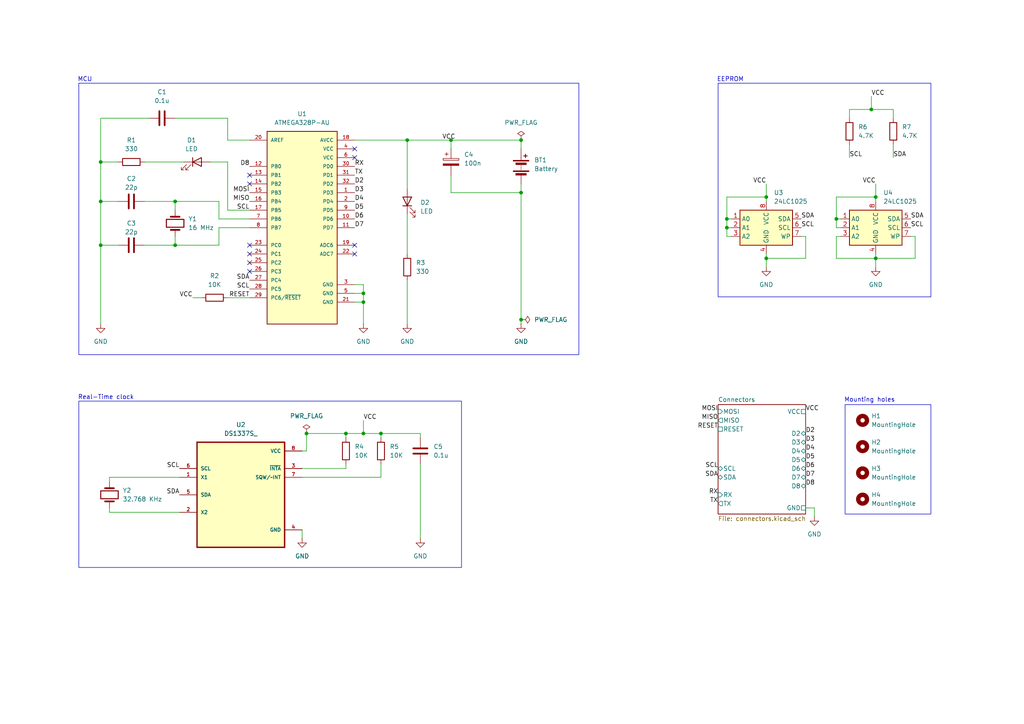
<source format=kicad_sch>
(kicad_sch (version 20231120) (generator "eeschema") (generator_version "8.0")
  (paper "A4")
  (title_block (title "${PROJECT_NAME}") (date "2025-01-27") (rev "1") (company "Jaime M. Villegas I.") (comment 1 "MCU Datalogger with 512KB EEPROM and Real-Time clock. 2-Layers PCB"))
  (lib_symbols
    (symbol "ATMEGA328P-AU:ATMEGA328P-AU" (pin_names (offset 1.016))
      (property "Reference" "U1" (at 0 33.02 0))
      (property "Value" "ATMEGA328P-AU" (at 0 30.48 0))
      (symbol "ATMEGA328P-AU_0_0"
        (rectangle (start -10.16 -27.94) (end 10.16 27.94) (stroke (width 0.254)) (fill (type background)))
        (pin bidirectional line (at 15.24 10.16 180) (length 5.08) (name "PD3") (number "1"))
        (pin bidirectional line (at 15.24 2.54 180) (length 5.08) (name "PD6") (number "10"))
        (pin bidirectional line (at 15.24 0 180) (length 5.08) (name "PD7") (number "11"))
        (pin bidirectional line (at -15.24 17.78 0) (length 5.08) (name "PB0") (number "12"))
        (pin bidirectional line (at -15.24 15.24 0) (length 5.08) (name "PB1") (number "13"))
        (pin bidirectional line (at -15.24 12.7 0) (length 5.08) (name "PB2") (number "14"))
        (pin bidirectional line (at -15.24 10.16 0) (length 5.08) (name "PB3") (number "15"))
        (pin bidirectional line (at -15.24 7.62 0) (length 5.08) (name "PB4") (number "16"))
        (pin bidirectional line (at -15.24 5.08 0) (length 5.08) (name "PB5") (number "17"))
        (pin power_in line (at 15.24 25.4 180) (length 5.08) (name "AVCC") (number "18"))
        (pin bidirectional line (at 15.24 -5.08 180) (length 5.08) (name "ADC6") (number "19"))
        (pin bidirectional line (at 15.24 7.62 180) (length 5.08) (name "PD4") (number "2"))
        (pin input line (at -15.24 25.4 0) (length 5.08) (name "AREF") (number "20"))
        (pin power_in line (at 15.24 -21.59 180) (length 5.08) (name "GND") (number "21"))
        (pin bidirectional line (at 15.24 -7.62 180) (length 5.08) (name "ADC7") (number "22"))
        (pin bidirectional line (at -15.24 -5.08 0) (length 5.08) (name "PC0") (number "23"))
        (pin bidirectional line (at -15.24 -7.62 0) (length 5.08) (name "PC1") (number "24"))
        (pin bidirectional line (at -15.24 -10.16 0) (length 5.08) (name "PC2") (number "25"))
        (pin bidirectional line (at -15.24 -12.7 0) (length 5.08) (name "PC3") (number "26"))
        (pin bidirectional line (at -15.24 -15.24 0) (length 5.08) (name "PC4") (number "27"))
        (pin bidirectional line (at -15.24 -17.78 0) (length 5.08) (name "PC5") (number "28"))
        (pin bidirectional line (at -15.24 -20.32 0) (length 5.08) (name "PC6/~{RESET}") (number "29"))
        (pin power_in line (at 15.24 -16.51 180) (length 5.08) (name "GND") (number "3"))
        (pin bidirectional line (at 15.24 17.78 180) (length 5.08) (name "PD0") (number "30"))
        (pin bidirectional line (at 15.24 15.24 180) (length 5.08) (name "PD1") (number "31"))
        (pin bidirectional line (at 15.24 12.7 180) (length 5.08) (name "PD2") (number "32"))
        (pin power_in line (at 15.24 22.86 180) (length 5.08) (name "VCC") (number "4"))
        (pin power_in line (at 15.24 -19.05 180) (length 5.08) (name "GND") (number "5"))
        (pin power_in line (at 15.24 20.32 180) (length 5.08) (name "VCC") (number "6"))
        (pin bidirectional line (at -15.24 2.54 0) (length 5.08) (name "PB6") (number "7"))
        (pin bidirectional line (at -15.24 0 0) (length 5.08) (name "PB7") (number "8"))
        (pin bidirectional line (at 15.24 5.08 180) (length 5.08) (name "PD5") (number "9"))
      )
    )
    (symbol "DS1337S_:DS1337S_" (pin_names (offset 1.016))
      (property "Reference" "U" (at -12.7 16.24 0))
      (property "Value" "DS1337S_" (at -12.7 -19.24 0))
      (symbol "DS1337S__0_0"
        (rectangle (start -12.7 -15.24) (end 12.7 15.24) (stroke (width 0.41)) (fill (type background)))
        (pin input line (at -17.78 5.08 0) (length 5.08) (name "X1") (number "1"))
        (pin bidirectional line (at -17.78 -5.08 0) (length 5.08) (name "X2") (number "2"))
        (pin output line (at 17.78 7.62 180) (length 5.08) (name "~{INTA}") (number "3"))
        (pin power_in line (at 17.78 -10.16 180) (length 5.08) (name "GND") (number "4"))
        (pin bidirectional line (at -17.78 0 0) (length 5.08) (name "SDA") (number "5"))
        (pin input line (at -17.78 7.62 0) (length 5.08) (name "SCL") (number "6"))
        (pin output line (at 17.78 5.08 180) (length 5.08) (name "SQW/~INT") (number "7"))
        (pin power_in line (at 17.78 12.7 180) (length 5.08) (name "VCC") (number "8"))
      )
    )
    (symbol "Device:Battery" (pin_numbers hide) (pin_names (offset 0) hide)
      (property "Reference" "BT" (at 2.54 2.54 0))
      (property "Value" "Battery" (at 2.54 0 0))
      (symbol "Battery_0_1"
        (rectangle (start -2.286 -1.27) (end 2.286 -1.524) (fill (type outline)))
        (rectangle (start -2.286 1.778) (end 2.286 1.524) (fill (type outline)))
        (rectangle (start -1.524 -2.032) (end 1.524 -2.54) (fill (type outline)))
        (rectangle (start -1.524 1.016) (end 1.524 0.508) (fill (type outline)))
        (polyline (pts (xy 0 -1.016) (xy 0 -0.762)))
        (polyline (pts (xy 0 -0.508) (xy 0 -0.254)))
        (polyline (pts (xy 0 0) (xy 0 0.254)))
        (polyline (pts (xy 0 1.778) (xy 0 2.54)))
        (polyline (pts (xy 0.762 3.048) (xy 1.778 3.048)) (stroke (width 0.254)))
        (polyline (pts (xy 1.27 3.556) (xy 1.27 2.54)) (stroke (width 0.254)))
      )
      (symbol "Battery_1_1"
        (pin passive line (at 0 5.08 270) (length 2.54) (name "+") (number "1"))
        (pin passive line (at 0 -5.08 90) (length 2.54) (name "-") (number "2"))
      )
    )
    (symbol "Device:C" (pin_numbers hide) (pin_names (offset 0.254))
      (property "Reference" "C" (at 0.635 2.54 0))
      (property "Value" "C" (at 0.635 -2.54 0))
      (symbol "C_0_1"
        (polyline (pts (xy -2.032 -0.762) (xy 2.032 -0.762)) (stroke (width 0.508)))
        (polyline (pts (xy -2.032 0.762) (xy 2.032 0.762)) (stroke (width 0.508)))
      )
      (symbol "C_1_1"
        (pin passive line (at 0 3.81 270) (length 2.794) (name "~") (number "1"))
        (pin passive line (at 0 -3.81 90) (length 2.794) (name "~") (number "2"))
      )
    )
    (symbol "Device:C_Polarized" (pin_numbers hide) (pin_names (offset 0.254))
      (property "Reference" "C" (at 0.635 2.54 0))
      (property "Value" "C_Polarized" (at 0.635 -2.54 0))
      (symbol "C_Polarized_0_1"
        (rectangle (start -2.286 0.508) (end 2.286 1.016))
        (polyline (pts (xy -1.778 2.286) (xy -0.762 2.286)))
        (polyline (pts (xy -1.27 2.794) (xy -1.27 1.778)))
        (rectangle (start 2.286 -0.508) (end -2.286 -1.016) (fill (type outline)))
      )
      (symbol "C_Polarized_1_1"
        (pin passive line (at 0 3.81 270) (length 2.794) (name "~") (number "1"))
        (pin passive line (at 0 -3.81 90) (length 2.794) (name "~") (number "2"))
      )
    )
    (symbol "Device:Crystal" (pin_numbers hide) (pin_names (offset 1.016) hide)
      (property "Reference" "Y" (at 0 3.81 0))
      (property "Value" "Crystal" (at 0 -3.81 0))
      (symbol "Crystal_0_1"
        (rectangle (start -1.143 2.54) (end 1.143 -2.54) (stroke (width 0.3048)))
        (polyline (pts (xy -2.54 0) (xy -1.905 0)))
        (polyline (pts (xy -1.905 -1.27) (xy -1.905 1.27)) (stroke (width 0.508)))
        (polyline (pts (xy 1.905 -1.27) (xy 1.905 1.27)) (stroke (width 0.508)))
        (polyline (pts (xy 2.54 0) (xy 1.905 0)))
      )
      (symbol "Crystal_1_1"
        (pin passive line (at -3.81 0 0) (length 1.27) (name "1") (number "1"))
        (pin passive line (at 3.81 0 180) (length 1.27) (name "2") (number "2"))
      )
    )
    (symbol "Device:LED" (pin_numbers hide) (pin_names (offset 1.016) hide)
      (property "Reference" "D" (at 0 2.54 0))
      (property "Value" "LED" (at 0 -2.54 0))
      (symbol "LED_0_1"
        (polyline (pts (xy -1.27 -1.27) (xy -1.27 1.27)) (stroke (width 0.254)))
        (polyline (pts (xy -1.27 0) (xy 1.27 0)))
        (polyline (pts (xy 1.27 -1.27) (xy 1.27 1.27) (xy -1.27 0) (xy 1.27 -1.27)) (stroke (width 0.254)))
        (polyline (pts (xy -3.048 -0.762) (xy -4.572 -2.286) (xy -3.81 -2.286) (xy -4.572 -2.286) (xy -4.572 -1.524)))
        (polyline (pts (xy -1.778 -0.762) (xy -3.302 -2.286) (xy -2.54 -2.286) (xy -3.302 -2.286) (xy -3.302 -1.524)))
      )
      (symbol "LED_1_1"
        (pin passive line (at -3.81 0 0) (length 2.54) (name "K") (number "1"))
        (pin passive line (at 3.81 0 180) (length 2.54) (name "A") (number "2"))
      )
    )
    (symbol "Device:R" (pin_numbers hide) (pin_names (offset 0))
      (property "Reference" "R" (at 2.032 0 90))
      (property "Value" "R" (at 0 0 90))
      (symbol "R_0_1"
        (rectangle (start -1.016 -2.54) (end 1.016 2.54) (stroke (width 0.254)))
      )
      (symbol "R_1_1"
        (pin passive line (at 0 3.81 270) (length 1.27) (name "~") (number "1"))
        (pin passive line (at 0 -3.81 90) (length 1.27) (name "~") (number "2"))
      )
    )
    (symbol "Mechanical:MountingHole" (pin_names (offset 1.016)) (exclude_from_sim yes) (in_bom no)
      (property "Reference" "H" (at 0 5.08 0))
      (property "Value" "MountingHole" (at 0 3.175 0))
      (symbol "MountingHole_0_1"
        (circle (center 0 0) (radius 1.27) (stroke (width 1.27)))
      )
    )
    (symbol "Memory_EEPROM:24LC1025"
      (property "Reference" "U" (at -6.35 6.35 0))
      (property "Value" "24LC1025" (at 1.27 6.35 0))
      (symbol "24LC1025_1_1"
        (rectangle (start -7.62 5.08) (end 7.62 -5.08) (stroke (width 0.254)) (fill (type background)))
        (pin input line (at -10.16 2.54 0) (length 2.54) (name "A0") (number "1"))
        (pin input line (at -10.16 0 0) (length 2.54) (name "A1") (number "2"))
        (pin input line (at -10.16 -2.54 0) (length 2.54) (name "A2") (number "3"))
        (pin power_in line (at 0 -7.62 90) (length 2.54) (name "GND") (number "4"))
        (pin bidirectional line (at 10.16 2.54 180) (length 2.54) (name "SDA") (number "5"))
        (pin input line (at 10.16 0 180) (length 2.54) (name "SCL") (number "6"))
        (pin input line (at 10.16 -2.54 180) (length 2.54) (name "WP") (number "7"))
        (pin power_in line (at 0 7.62 270) (length 2.54) (name "VCC") (number "8"))
      )
    )
    (symbol "power:GND" (power) (pin_numbers hide) (pin_names (offset 0) hide)
      (property "Value" "GND" (at 0 -3.81 0))
      (symbol "GND_0_1"
        (polyline (pts (xy 0 0) (xy 0 -1.27) (xy 1.27 -1.27) (xy 0 -2.54) (xy -1.27 -1.27) (xy 0 -1.27)))
      )
      (symbol "GND_1_1"
        (pin power_in line (at 0 0 270) (length 0) (name "~") (number "1"))
      )
    )
    (symbol "power:PWR_FLAG" (power) (pin_numbers hide) (pin_names (offset 0) hide)
      (property "Value" "PWR_FLAG" (at 0 3.81 0))
      (symbol "PWR_FLAG_0_0"
        (pin power_out line (at 0 0 90) (length 0) (name "~") (number "1"))
      )
      (symbol "PWR_FLAG_0_1"
        (polyline (pts (xy 0 0) (xy 0 1.27) (xy -1.016 1.905) (xy 0 2.54) (xy 1.016 1.905) (xy 0 1.27)))
      )
    )
  )
  (junction (at 151.13 40.64))
  (junction (at 105.41 125.73))
  (junction (at 222.25 74.93))
  (junction (at 151.13 55.88))
  (junction (at 50.8 71.12))
  (junction (at 29.21 58.42))
  (junction (at 29.21 71.12))
  (junction (at 242.57 63.5))
  (junction (at 130.81 40.64))
  (junction (at 105.41 85.09))
  (junction (at 50.8 58.42))
  (junction (at 210.82 63.5))
  (junction (at 110.49 125.73))
  (junction (at 210.82 66.04))
  (junction (at 222.25 57.15))
  (junction (at 252.73 31.75))
  (junction (at 29.21 46.99))
  (junction (at 88.9 125.73))
  (junction (at 118.11 40.64))
  (junction (at 254 74.93))
  (junction (at 105.41 87.63))
  (junction (at 100.33 125.73))
  (junction (at 254 57.15))
  (junction (at 151.13 92.71))
  (no_connect (at 102.87 73.66))
  (no_connect (at 102.87 43.18))
  (no_connect (at 102.87 71.12))
  (no_connect (at 72.39 71.12))
  (no_connect (at 72.39 50.8))
  (no_connect (at 72.39 53.34))
  (no_connect (at 72.39 78.74))
  (no_connect (at 102.87 45.72))
  (no_connect (at 72.39 76.2))
  (no_connect (at 72.39 73.66))
  (wire (pts (xy 265.43 68.58) (xy 265.43 74.93)))
  (wire (pts (xy 52.07 138.43) (xy 31.75 138.43)))
  (wire (pts (xy 50.8 68.58) (xy 50.8 71.12)))
  (wire (pts (xy 105.41 125.73) (xy 110.49 125.73)))
  (wire (pts (xy 242.57 68.58) (xy 242.57 74.93)))
  (wire (pts (xy 72.39 66.04) (xy 63.5 66.04)))
  (wire (pts (xy 41.91 46.99) (xy 53.34 46.99)))
  (wire (pts (xy 29.21 71.12) (xy 34.29 71.12)))
  (wire (pts (xy 130.81 40.64) (xy 130.81 43.18)))
  (wire (pts (xy 236.22 147.32) (xy 236.22 149.86)))
  (wire (pts (xy 254 77.47) (xy 254 74.93)))
  (wire (pts (xy 43.18 34.29) (xy 29.21 34.29)))
  (wire (pts (xy 130.81 50.8) (xy 130.81 55.88)))
  (wire (pts (xy 110.49 125.73) (xy 110.49 127)))
  (wire (pts (xy 63.5 71.12) (xy 50.8 71.12)))
  (wire (pts (xy 102.87 87.63) (xy 105.41 87.63)))
  (wire (pts (xy 31.75 147.32) (xy 31.75 148.59)))
  (wire (pts (xy 242.57 63.5) (xy 242.57 57.15)))
  (wire (pts (xy 66.04 86.36) (xy 72.39 86.36)))
  (wire (pts (xy 72.39 60.96) (xy 66.04 60.96)))
  (wire (pts (xy 118.11 62.23) (xy 118.11 73.66)))
  (wire (pts (xy 88.9 125.73) (xy 100.33 125.73)))
  (wire (pts (xy 29.21 46.99) (xy 29.21 58.42)))
  (wire (pts (xy 246.38 31.75) (xy 252.73 31.75)))
  (wire (pts (xy 130.81 40.64) (xy 151.13 40.64)))
  (wire (pts (xy 31.75 148.59) (xy 52.07 148.59)))
  (wire (pts (xy 50.8 58.42) (xy 50.8 60.96)))
  (wire (pts (xy 242.57 63.5) (xy 242.57 66.04)))
  (wire (pts (xy 242.57 57.15) (xy 254 57.15)))
  (wire (pts (xy 102.87 40.64) (xy 118.11 40.64)))
  (wire (pts (xy 222.25 74.93) (xy 222.25 73.66)))
  (wire (pts (xy 66.04 46.99) (xy 60.96 46.99)))
  (wire (pts (xy 151.13 92.71) (xy 151.13 93.98)))
  (wire (pts (xy 87.63 130.81) (xy 88.9 130.81)))
  (wire (pts (xy 254 74.93) (xy 265.43 74.93)))
  (wire (pts (xy 29.21 58.42) (xy 29.21 71.12)))
  (wire (pts (xy 110.49 134.62) (xy 110.49 138.43)))
  (wire (pts (xy 105.41 82.55) (xy 105.41 85.09)))
  (wire (pts (xy 222.25 53.34) (xy 222.25 57.15)))
  (wire (pts (xy 102.87 82.55) (xy 105.41 82.55)))
  (wire (pts (xy 212.09 66.04) (xy 210.82 66.04)))
  (wire (pts (xy 212.09 68.58) (xy 210.82 68.58)))
  (wire (pts (xy 254 74.93) (xy 254 73.66)))
  (wire (pts (xy 246.38 45.72) (xy 246.38 41.91)))
  (wire (pts (xy 130.81 55.88) (xy 151.13 55.88)))
  (wire (pts (xy 66.04 34.29) (xy 50.8 34.29)))
  (wire (pts (xy 222.25 77.47) (xy 222.25 74.93)))
  (wire (pts (xy 246.38 34.29) (xy 246.38 31.75)))
  (wire (pts (xy 151.13 55.88) (xy 151.13 92.71)))
  (wire (pts (xy 210.82 57.15) (xy 222.25 57.15)))
  (wire (pts (xy 222.25 57.15) (xy 222.25 58.42)))
  (wire (pts (xy 151.13 40.64) (xy 151.13 43.18)))
  (wire (pts (xy 72.39 40.64) (xy 66.04 40.64)))
  (wire (pts (xy 252.73 31.75) (xy 259.08 31.75)))
  (wire (pts (xy 41.91 71.12) (xy 50.8 71.12)))
  (wire (pts (xy 252.73 27.94) (xy 252.73 31.75)))
  (wire (pts (xy 265.43 68.58) (xy 264.16 68.58)))
  (wire (pts (xy 118.11 81.28) (xy 118.11 93.98)))
  (wire (pts (xy 233.68 68.58) (xy 233.68 74.93)))
  (wire (pts (xy 210.82 63.5) (xy 210.82 57.15)))
  (wire (pts (xy 212.09 63.5) (xy 210.82 63.5)))
  (wire (pts (xy 210.82 68.58) (xy 210.82 66.04)))
  (wire (pts (xy 151.13 55.88) (xy 151.13 53.34)))
  (wire (pts (xy 55.88 86.36) (xy 58.42 86.36)))
  (wire (pts (xy 66.04 60.96) (xy 66.04 46.99)))
  (wire (pts (xy 259.08 31.75) (xy 259.08 34.29)))
  (wire (pts (xy 110.49 125.73) (xy 121.92 125.73)))
  (wire (pts (xy 233.68 74.93) (xy 222.25 74.93)))
  (wire (pts (xy 102.87 85.09) (xy 105.41 85.09)))
  (wire (pts (xy 105.41 87.63) (xy 105.41 93.98)))
  (wire (pts (xy 242.57 74.93) (xy 254 74.93)))
  (wire (pts (xy 121.92 125.73) (xy 121.92 127)))
  (wire (pts (xy 87.63 138.43) (xy 110.49 138.43)))
  (wire (pts (xy 31.75 138.43) (xy 31.75 139.7)))
  (wire (pts (xy 118.11 40.64) (xy 118.11 54.61)))
  (wire (pts (xy 242.57 68.58) (xy 243.84 68.58)))
  (wire (pts (xy 210.82 66.04) (xy 210.82 63.5)))
  (wire (pts (xy 121.92 134.62) (xy 121.92 156.21)))
  (wire (pts (xy 100.33 125.73) (xy 100.33 127)))
  (wire (pts (xy 63.5 63.5) (xy 63.5 58.42)))
  (wire (pts (xy 72.39 63.5) (xy 63.5 63.5)))
  (wire (pts (xy 254 57.15) (xy 254 58.42)))
  (wire (pts (xy 254 53.34) (xy 254 57.15)))
  (wire (pts (xy 63.5 58.42) (xy 50.8 58.42)))
  (wire (pts (xy 29.21 34.29) (xy 29.21 46.99)))
  (wire (pts (xy 34.29 58.42) (xy 29.21 58.42)))
  (wire (pts (xy 105.41 121.92) (xy 105.41 125.73)))
  (wire (pts (xy 233.68 68.58) (xy 232.41 68.58)))
  (wire (pts (xy 243.84 66.04) (xy 242.57 66.04)))
  (wire (pts (xy 63.5 66.04) (xy 63.5 71.12)))
  (wire (pts (xy 259.08 45.72) (xy 259.08 41.91)))
  (wire (pts (xy 29.21 71.12) (xy 29.21 93.98)))
  (wire (pts (xy 87.63 135.89) (xy 100.33 135.89)))
  (wire (pts (xy 105.41 85.09) (xy 105.41 87.63)))
  (wire (pts (xy 100.33 135.89) (xy 100.33 134.62)))
  (wire (pts (xy 118.11 40.64) (xy 130.81 40.64)))
  (wire (pts (xy 233.68 147.32) (xy 236.22 147.32)))
  (wire (pts (xy 41.91 58.42) (xy 50.8 58.42)))
  (wire (pts (xy 100.33 125.73) (xy 105.41 125.73)))
  (wire (pts (xy 243.84 63.5) (xy 242.57 63.5)))
  (wire (pts (xy 88.9 130.81) (xy 88.9 125.73)))
  (wire (pts (xy 34.29 46.99) (xy 29.21 46.99)))
  (wire (pts (xy 66.04 40.64) (xy 66.04 34.29)))
  (wire (pts (xy 87.63 153.67) (xy 87.63 156.21)))
  (rectangle (start 22.86 24.13) (end 167.894 102.87))
  (rectangle (start 245.11 117.348) (end 270.002 149.098))
  (rectangle (start 22.86 116.332) (end 133.858 164.592))
  (rectangle (start 208.28 24.13) (end 270.002 86.106))
  (text "EEPROM" (at 211.836 23.114 0) (effects (font (size 1.27 1.27))))
  (text "Mounting holes" (at 252.222 116.078 0) (effects (font (size 1.27 1.27))))
  (text "Real-Time clock" (at 30.734 115.316 0) (effects (font (size 1.27 1.27))))
  (text "MCU" (at 24.638 23.114 0) (effects (font (size 1.27 1.27))))
  (label "MOSI" (at 72.39 55.88 180))
  (label "SDA" (at 208.28 138.43 180))
  (label "VCC" (at 105.41 121.92 0))
  (label "VCC" (at 233.68 119.38 0))
  (label "SCL" (at 232.41 66.04 0))
  (label "D4" (at 102.87 58.42 0))
  (label "D3" (at 233.68 128.27 0))
  (label "D5" (at 102.87 60.96 0))
  (label "SCL" (at 208.28 135.89 180))
  (label "D7" (at 233.68 138.43 0))
  (label "SCL" (at 52.07 135.89 180))
  (label "RX" (at 102.87 48.26 0))
  (label "SCL" (at 246.38 45.72 0))
  (label "D2" (at 102.87 53.34 0))
  (label "SCL" (at 72.39 83.82 180))
  (label "VCC" (at 132.08 40.64 180))
  (label "MOSI" (at 208.28 119.38 180))
  (label "VCC" (at 222.25 53.34 180))
  (label "RESET" (at 208.28 124.46 180))
  (label "SDA" (at 259.08 45.72 0))
  (label "D6" (at 102.87 63.5 0))
  (label "D8" (at 233.68 140.97 0))
  (label "SDA" (at 72.39 81.28 180))
  (label "VCC" (at 55.88 86.36 180))
  (label "D8" (at 72.39 48.26 180))
  (label "SCL" (at 264.16 66.04 0))
  (label "RESET" (at 72.39 86.36 180))
  (label "D4" (at 233.68 130.81 0))
  (label "MISO" (at 72.39 58.42 180))
  (label "D7" (at 102.87 66.04 0))
  (label "D5" (at 233.68 133.35 0))
  (label "VCC" (at 254 53.34 180))
  (label "TX" (at 208.28 146.05 180))
  (label "D3" (at 102.87 55.88 0))
  (label "RX" (at 208.28 143.51 180))
  (label "SCL" (at 72.39 60.96 180))
  (label "SDA" (at 264.16 63.5 0))
  (label "TX" (at 102.87 50.8 0))
  (label "VCC" (at 252.73 27.94 0))
  (label "D2" (at 233.68 125.73 0))
  (label "MISO" (at 208.28 121.92 180))
  (label "D6" (at 233.68 135.89 0))
  (label "SDA" (at 52.07 143.51 180))
  (label "SDA" (at 232.41 63.5 0))
  (symbol (lib_id "power:GND") (at 29.21 93.98 0) (unit 1)
    (property "Reference" "#PWR08" (effects (hide yes)))
    (property "Value" "GND" (at 29.21 99.06 0))
    (property "Description" "Power symbol creates a global label with name \"GND\" , ground" (effects (hide yes)))
  )
  (symbol (lib_id "power:GND") (at 121.92 156.21 0) (unit 1)
    (property "Reference" "#PWR02" (effects (hide yes)))
    (property "Value" "GND" (at 121.92 161.29 0))
    (property "Description" "Power symbol creates a global label with name \"GND\" , ground" (effects (hide yes)))
  )
  (symbol (lib_id "Mechanical:MountingHole") (at 250.19 137.16 0) (unit 1) (exclude_from_sim yes) (in_bom no)
    (property "Reference" "H3" (at 252.73 135.8899 0) (effects (justify left)))
    (property "Value" "MountingHole" (at 252.73 138.4299 0) (effects (justify left)))
    (property "Footprint" "MountingHole:MountingHole_2.1mm" (effects (hide yes)))
    (property "Description" "Mounting Hole without connection" (effects (hide yes)))
  )
  (symbol (lib_id "power:PWR_FLAG") (at 88.9 125.73 0) (unit 1)
    (property "Reference" "#FLG03" (effects (hide yes)))
    (property "Value" "PWR_FLAG" (at 88.9 120.65 0))
    (property "Description" "Special symbol for telling ERC where power comes from" (effects (hide yes)))
  )
  (symbol (lib_id "Mechanical:MountingHole") (at 250.19 121.92 0) (unit 1) (exclude_from_sim yes) (in_bom no)
    (property "Reference" "H1" (at 252.73 120.6499 0) (effects (justify left)))
    (property "Value" "MountingHole" (at 252.73 123.1899 0) (effects (justify left)))
    (property "Footprint" "MountingHole:MountingHole_2.1mm" (effects (hide yes)))
    (property "Description" "Mounting Hole without connection" (effects (hide yes)))
  )
  (symbol (lib_id "power:GND") (at 105.41 93.98 0) (unit 1)
    (property "Reference" "#PWR05" (effects (hide yes)))
    (property "Value" "GND" (at 105.41 99.06 0))
    (property "Description" "Power symbol creates a global label with name \"GND\" , ground" (effects (hide yes)))
  )
  (symbol (lib_id "Device:C") (at 38.1 58.42 90) (unit 1)
    (property "Reference" "C2" (at 38.1 51.816 90))
    (property "Value" "22p" (at 38.1 54.356 90))
    (property "Footprint" "Capacitor_SMD:C_0805_2012Metric" (effects (hide yes)))
    (property "Description" "Unpolarized capacitor" (effects (hide yes)))
  )
  (symbol (lib_id "power:GND") (at 118.11 93.98 0) (unit 1)
    (property "Reference" "#PWR06" (effects (hide yes)))
    (property "Value" "GND" (at 118.11 99.06 0))
    (property "Description" "Power symbol creates a global label with name \"GND\" , ground" (effects (hide yes)))
  )
  (symbol (lib_id "power:PWR_FLAG") (at 151.13 92.71 270) (unit 1)
    (property "Reference" "#FLG02" (effects (hide yes)))
    (property "Value" "PWR_FLAG" (at 154.94 92.7099 90) (effects (justify left)))
    (property "Description" "Special symbol for telling ERC where power comes from" (effects (hide yes)))
  )
  (symbol (lib_id "power:GND") (at 236.22 149.86 0) (unit 1)
    (property "Reference" "#PWR09" (effects (hide yes)))
    (property "Value" "GND" (at 236.22 154.94 0))
    (property "Description" "Power symbol creates a global label with name \"GND\" , ground" (effects (hide yes)))
  )
  (symbol (lib_id "Device:C_Polarized") (at 130.81 46.99 0) (unit 1)
    (property "Reference" "C4" (at 134.62 44.8309 0) (effects (justify left)))
    (property "Value" "100n" (at 134.62 47.3709 0) (effects (justify left)))
    (property "Footprint" "Capacitor_SMD:C_0805_2012Metric" (effects (hide yes)))
    (property "Description" "Polarized capacitor" (effects (hide yes)))
  )
  (symbol (lib_id "Mechanical:MountingHole") (at 250.19 129.54 0) (unit 1) (exclude_from_sim yes) (in_bom no)
    (property "Reference" "H2" (at 252.73 128.2699 0) (effects (justify left)))
    (property "Value" "MountingHole" (at 252.73 130.8099 0) (effects (justify left)))
    (property "Footprint" "MountingHole:MountingHole_2.1mm" (effects (hide yes)))
    (property "Description" "Mounting Hole without connection" (effects (hide yes)))
  )
  (symbol (lib_id "Mechanical:MountingHole") (at 250.19 144.78 0) (unit 1) (exclude_from_sim yes) (in_bom no)
    (property "Reference" "H4" (at 252.73 143.5099 0) (effects (justify left)))
    (property "Value" "MountingHole" (at 252.73 146.0499 0) (effects (justify left)))
    (property "Footprint" "MountingHole:MountingHole_2.1mm" (effects (hide yes)))
    (property "Description" "Mounting Hole without connection" (effects (hide yes)))
  )
  (symbol (lib_id "ATMEGA328P-AU:ATMEGA328P-AU") (at 87.63 66.04 0) (unit 1)
    (property "Reference" "U1" (at 87.63 33.02 0))
    (property "Value" "ATMEGA328P-AU" (at 87.63 35.56 0))
    (property "Footprint" "ATMEGA328P-AU:QFP80P900X900X120-32N" (effects (hide yes)))
    (property "MF" "MICROCHIP TECH." (effects (hide yes)))
    (property "MAXIMUM_PACKAGE_HEIGHT" "1.20mm" (effects (hide yes)))
    (property "Package" "TQFP-32 Microchip" (effects (hide yes)))
    (property "Price" "None" (effects (hide yes)))
    (property "Check_prices" "https://www.snapeda.com/parts/ATMEGA328P-AU/Microchip/view-part/?ref=eda" (effects (hide yes)))
    (property "STANDARD" "IPC-7351B" (effects (hide yes)))
    (property "PARTREV" "8271A" (effects (hide yes)))
    (property "SnapEDA_Link" "https://www.snapeda.com/parts/ATMEGA328P-AU/Microchip/view-part/?ref=snap" (effects (hide yes)))
    (property "MP" "ATMEGA328P-AU" (effects (hide yes)))
    (property "Description_1" "\n                        \n                            MCU 8-bit - AVR ATmega Family ATmega328 Series Microcontrollers - 20 MHz - 32 KB - 2 KB - 32 Pins.\n                        \n" (effects (hide yes)))
    (property "Availability" "In Stock" (effects (hide yes)))
    (property "MANUFACTURER" "Microchip" (effects (hide yes)))
  )
  (symbol (lib_id "Device:R") (at 100.33 130.81 0) (unit 1)
    (property "Reference" "R4" (at 102.87 129.5399 0) (effects (justify left)))
    (property "Value" "10K" (at 102.87 132.0799 0) (effects (justify left)))
    (property "Footprint" "Resistor_SMD:R_0805_2012Metric" (effects (hide yes)))
    (property "Description" "Resistor" (effects (hide yes)))
  )
  (symbol (lib_id "Device:R") (at 118.11 77.47 0) (unit 1)
    (property "Reference" "R3" (at 120.65 76.1999 0) (effects (justify left)))
    (property "Value" "330" (at 120.65 78.7399 0) (effects (justify left)))
    (property "Footprint" "Resistor_SMD:R_0805_2012Metric" (effects (hide yes)))
    (property "Description" "Resistor" (effects (hide yes)))
  )
  (symbol (lib_id "Device:R") (at 62.23 86.36 90) (unit 1)
    (property "Reference" "R2" (at 62.23 80.01 90))
    (property "Value" "10K" (at 62.23 82.55 90))
    (property "Footprint" "Resistor_SMD:R_0805_2012Metric" (effects (hide yes)))
    (property "Description" "Resistor" (effects (hide yes)))
  )
  (symbol (lib_id "Device:C") (at 121.92 130.81 0) (unit 1)
    (property "Reference" "C5" (at 125.73 129.5399 0) (effects (justify left)))
    (property "Value" "0.1u" (at 125.73 132.0799 0) (effects (justify left)))
    (property "Footprint" "Capacitor_SMD:C_0805_2012Metric" (effects (hide yes)))
    (property "Description" "Unpolarized capacitor" (effects (hide yes)))
  )
  (symbol (lib_id "power:GND") (at 222.25 77.47 0) (unit 1)
    (property "Reference" "#PWR03" (effects (hide yes)))
    (property "Value" "GND" (at 222.25 82.55 0))
    (property "Description" "Power symbol creates a global label with name \"GND\" , ground" (effects (hide yes)))
  )
  (symbol (lib_id "Device:Battery") (at 151.13 48.26 0) (unit 1)
    (property "Reference" "BT1" (at 154.94 46.4184 0) (effects (justify left)))
    (property "Value" "Battery" (at 154.94 48.9584 0) (effects (justify left)))
    (property "Footprint" "Connector_PinHeader_2.54mm:PinHeader_1x02_P2.54mm_Vertical" (effects (hide yes)))
    (property "Description" "Multiple-cell battery" (effects (hide yes)))
  )
  (symbol (lib_id "power:GND") (at 254 77.47 0) (unit 1)
    (property "Reference" "#PWR04" (effects (hide yes)))
    (property "Value" "GND" (at 254 82.55 0))
    (property "Description" "Power symbol creates a global label with name \"GND\" , ground" (effects (hide yes)))
  )
  (symbol (lib_id "Memory_EEPROM:24LC1025") (at 254 66.04 0) (unit 1)
    (property "Reference" "U4" (at 256.1941 55.88 0) (effects (justify left)))
    (property "Value" "24LC1025" (at 256.1941 58.42 0) (effects (justify left)))
    (property "Footprint" "Package_SO:SOIC-8_5.23x5.23mm_P1.27mm" (effects (hide yes)))
    (property "Datasheet" "http://ww1.microchip.com/downloads/en/DeviceDoc/21941B.pdf" (effects (hide yes)))
    (property "Description" "I2C Serial EEPROM, 1024Kb, DIP-8/SOIC-8/TSSOP-8/DFN-8" (effects (hide yes)))
  )
  (symbol (lib_id "power:PWR_FLAG") (at 151.13 40.64 0) (unit 1)
    (property "Reference" "#FLG01" (effects (hide yes)))
    (property "Value" "PWR_FLAG" (at 151.13 35.56 0))
    (property "Description" "Special symbol for telling ERC where power comes from" (effects (hide yes)))
  )
  (symbol (lib_id "Device:R") (at 259.08 38.1 0) (unit 1)
    (property "Reference" "R7" (at 261.62 36.8299 0) (effects (justify left)))
    (property "Value" "4.7K" (at 261.62 39.3699 0) (effects (justify left)))
    (property "Footprint" "Resistor_SMD:R_0805_2012Metric" (effects (hide yes)))
    (property "Description" "Resistor" (effects (hide yes)))
  )
  (symbol (lib_id "Device:Crystal") (at 50.8 64.77 90) (unit 1)
    (property "Reference" "Y1" (at 54.61 63.4999 90) (effects (justify right)))
    (property "Value" "16 MHz" (at 54.61 66.0399 90) (effects (justify right)))
    (property "Footprint" "Crystal:Crystal_SMD_5032-2Pin_5.0x3.2mm_HandSoldering" (effects (hide yes)))
    (property "Description" "Two pin crystal" (effects (hide yes)))
  )
  (symbol (lib_id "Device:LED") (at 118.11 58.42 90) (unit 1)
    (property "Reference" "D2" (at 121.92 58.7374 90) (effects (justify right)))
    (property "Value" "LED" (at 121.92 61.2774 90) (effects (justify right)))
    (property "Footprint" "LED_SMD:LED_0805_2012Metric" (effects (hide yes)))
    (property "Description" "Light emitting diode" (effects (hide yes)))
  )
  (symbol (lib_id "Device:LED") (at 57.15 46.99 0) (unit 1)
    (property "Reference" "D1" (at 55.5625 40.64 0))
    (property "Value" "LED" (at 55.5625 43.18 0))
    (property "Footprint" "LED_SMD:LED_0805_2012Metric" (effects (hide yes)))
    (property "Description" "Light emitting diode" (effects (hide yes)))
  )
  (symbol (lib_id "Device:R") (at 246.38 38.1 0) (unit 1)
    (property "Reference" "R6" (at 248.92 36.8299 0) (effects (justify left)))
    (property "Value" "4.7K" (at 248.92 39.3699 0) (effects (justify left)))
    (property "Footprint" "Resistor_SMD:R_0805_2012Metric" (effects (hide yes)))
    (property "Description" "Resistor" (effects (hide yes)))
  )
  (symbol (lib_id "Device:C") (at 38.1 71.12 90) (unit 1)
    (property "Reference" "C3" (at 38.1 64.77 90))
    (property "Value" "22p" (at 38.1 67.31 90))
    (property "Footprint" "Capacitor_SMD:C_0805_2012Metric" (effects (hide yes)))
    (property "Description" "Unpolarized capacitor" (effects (hide yes)))
  )
  (symbol (lib_id "power:GND") (at 87.63 156.21 0) (unit 1)
    (property "Reference" "#PWR01" (effects (hide yes)))
    (property "Value" "GND" (at 87.63 161.29 0))
    (property "Description" "Power symbol creates a global label with name \"GND\" , ground" (effects (hide yes)))
  )
  (symbol (lib_id "Memory_EEPROM:24LC1025") (at 222.25 66.04 0) (unit 1)
    (property "Reference" "U3" (at 224.4441 55.88 0) (effects (justify left)))
    (property "Value" "24LC1025" (at 224.4441 58.42 0) (effects (justify left)))
    (property "Footprint" "Package_SO:SOIC-8_5.23x5.23mm_P1.27mm" (effects (hide yes)))
    (property "Datasheet" "http://ww1.microchip.com/downloads/en/DeviceDoc/21941B.pdf" (effects (hide yes)))
    (property "Description" "I2C Serial EEPROM, 1024Kb, DIP-8/SOIC-8/TSSOP-8/DFN-8" (effects (hide yes)))
  )
  (symbol (lib_id "DS1337S_:DS1337S_") (at 69.85 143.51 0) (unit 1)
    (property "Reference" "U2" (at 69.85 123.19 0))
    (property "Value" "DS1337S_" (at 69.85 125.73 0))
    (property "Footprint" "DS1337S_:SOIC127P600X175-8N" (effects (hide yes)))
    (property "MF" "Analog Devices" (effects (hide yes)))
    (property "Description_1" "\n                        \n                            I²C Serial Real-Time Clock\n                        \n" (effects (hide yes)))
    (property "Package" "SOIC-8 Maxim" (effects (hide yes)))
    (property "Price" "None" (effects (hide yes)))
    (property "SnapEDA_Link" "https://www.snapeda.com/parts/DS1337S+/Analog+Devices/view-part/?ref=snap" (effects (hide yes)))
    (property "MP" "DS1337S+" (effects (hide yes)))
    (property "Availability" "In Stock" (effects (hide yes)))
    (property "Check_prices" "https://www.snapeda.com/parts/DS1337S+/Analog+Devices/view-part/?ref=eda" (effects (hide yes)))
  )
  (symbol (lib_id "power:GND") (at 151.13 93.98 0) (unit 1)
    (property "Reference" "#PWR07" (effects (hide yes)))
    (property "Value" "GND" (at 151.13 99.06 0))
    (property "Description" "Power symbol creates a global label with name \"GND\" , ground" (effects (hide yes)))
  )
  (symbol (lib_id "Device:R") (at 38.1 46.99 90) (unit 1)
    (property "Reference" "R1" (at 38.1 40.64 90))
    (property "Value" "330" (at 38.1 43.18 90))
    (property "Footprint" "Resistor_SMD:R_0805_2012Metric" (effects (hide yes)))
    (property "Description" "Resistor" (effects (hide yes)))
  )
  (symbol (lib_id "Device:R") (at 110.49 130.81 0) (unit 1)
    (property "Reference" "R5" (at 113.03 129.5399 0) (effects (justify left)))
    (property "Value" "10K" (at 113.03 132.0799 0) (effects (justify left)))
    (property "Footprint" "Resistor_SMD:R_0805_2012Metric" (effects (hide yes)))
    (property "Description" "Resistor" (effects (hide yes)))
  )
  (symbol (lib_id "Device:Crystal") (at 31.75 143.51 90) (unit 1)
    (property "Reference" "Y2" (at 35.56 142.2399 90) (effects (justify right)))
    (property "Value" "32.768 KHz" (at 35.56 144.7799 90) (effects (justify right)))
    (property "Footprint" "Crystal:Crystal_SMD_5032-2Pin_5.0x3.2mm_HandSoldering" (effects (hide yes)))
    (property "Description" "Two pin crystal" (effects (hide yes)))
  )
  (symbol (lib_id "Device:C") (at 46.99 34.29 90) (unit 1)
    (property "Reference" "C1" (at 46.99 26.67 90))
    (property "Value" "0.1u" (at 46.99 29.21 90))
    (property "Footprint" "Capacitor_SMD:C_0805_2012Metric" (effects (hide yes)))
    (property "Description" "Unpolarized capacitor" (effects (hide yes)))
  )
  (sheet (at 208.28 117.348) (size 25.4 31.75) (stroke (width 0.1524))
    (property "Sheetname" "Connectors" (at 208.28 116.6364 0) (effects (justify left bottom)))
    (property "Sheetfile" "connectors.kicad_sch" (at 208.28 149.6826 0) (effects (justify left top)))
    (pin "SCL" bidirectional (at 208.28 135.89 180))
    (pin "GND" passive (at 233.68 147.32 0))
    (pin "VCC" passive (at 233.68 119.38 0))
    (pin "SDA" bidirectional (at 208.28 138.43 180))
    (pin "RX" input (at 208.28 143.51 180))
    (pin "TX" output (at 208.28 146.05 180))
    (pin "D2" bidirectional (at 233.68 125.73 0))
    (pin "D3" bidirectional (at 233.68 128.27 0))
    (pin "D4" bidirectional (at 233.68 130.81 0))
    (pin "D5" bidirectional (at 233.68 133.35 0))
    (pin "D6" bidirectional (at 233.68 135.89 0))
    (pin "D7" bidirectional (at 233.68 138.43 0))
    (pin "D8" bidirectional (at 233.68 140.97 0))
    (pin "RESET" passive (at 208.28 124.46 180))
    (pin "MOSI" input (at 208.28 119.38 180))
    (pin "MISO" output (at 208.28 121.92 180))
  )
)
</source>
